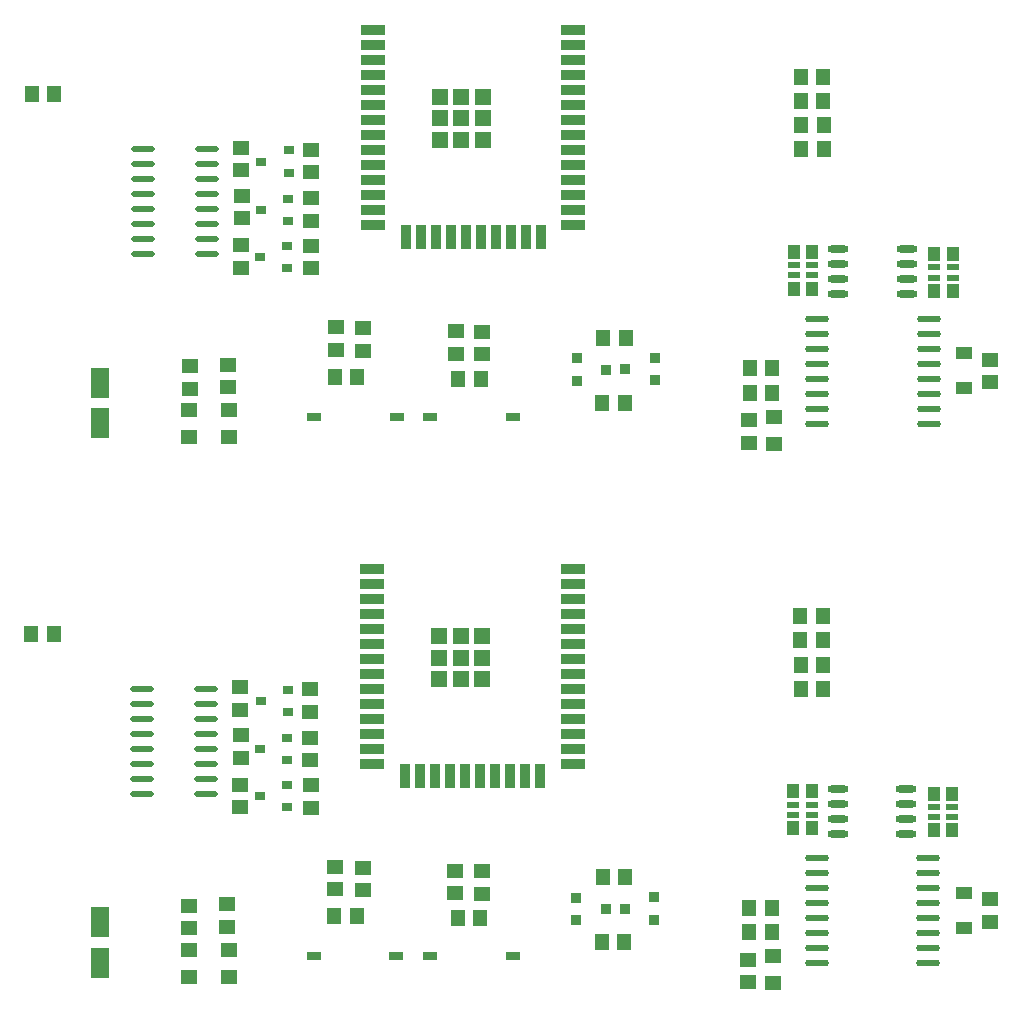
<source format=gtp>
G04 Layer_Color=8421504*
%FSTAX24Y24*%
%MOIN*%
G70*
G01*
G75*
%ADD10R,0.0374X0.0354*%
%ADD11R,0.0551X0.0472*%
%ADD12R,0.0394X0.0457*%
%ADD13R,0.0394X0.0200*%
%ADD14R,0.0472X0.0551*%
%ADD15R,0.0550X0.0500*%
%ADD16R,0.0472X0.0315*%
%ADD17R,0.0591X0.0984*%
%ADD18R,0.0551X0.0394*%
%ADD19O,0.0709X0.0236*%
%ADD20R,0.0354X0.0276*%
%ADD21O,0.0800X0.0217*%
%ADD22R,0.0787X0.0354*%
%ADD23R,0.0354X0.0787*%
%ADD24R,0.0524X0.0524*%
%ADD25O,0.0787X0.0217*%
D10*
X034082Y05079D02*
D03*
X035067Y051164D02*
D03*
X034082Y051538D02*
D03*
X036693Y051553D02*
D03*
X035708Y051179D02*
D03*
X036693Y050805D02*
D03*
X034067Y033557D02*
D03*
X035051Y033183D02*
D03*
X034067Y032809D02*
D03*
X036677Y032825D02*
D03*
X035693Y033199D02*
D03*
X036677Y033573D02*
D03*
D11*
X047866Y051498D02*
D03*
Y05075D02*
D03*
X039815Y048735D02*
D03*
Y049483D02*
D03*
X030933Y052429D02*
D03*
Y051681D02*
D03*
X030059Y051693D02*
D03*
Y052441D02*
D03*
X026964Y051796D02*
D03*
Y052544D02*
D03*
X026051Y052579D02*
D03*
Y051831D02*
D03*
X02522Y057741D02*
D03*
Y058489D02*
D03*
Y056123D02*
D03*
Y056871D02*
D03*
X02524Y054544D02*
D03*
Y055292D02*
D03*
X022925Y056961D02*
D03*
Y056213D02*
D03*
X022885Y05456D02*
D03*
Y055308D02*
D03*
X022894Y058555D02*
D03*
Y057807D02*
D03*
X022452Y050579D02*
D03*
Y051327D02*
D03*
X021181Y050524D02*
D03*
Y051272D02*
D03*
X025204Y040508D02*
D03*
Y03976D02*
D03*
X026036Y03385D02*
D03*
Y034599D02*
D03*
X022436Y033347D02*
D03*
Y032599D02*
D03*
X021165Y033292D02*
D03*
Y032544D02*
D03*
X04785Y03277D02*
D03*
Y033518D02*
D03*
X039799Y031502D02*
D03*
Y030754D02*
D03*
X022878Y039827D02*
D03*
Y040575D02*
D03*
X025204Y03889D02*
D03*
Y038142D02*
D03*
X02291Y038232D02*
D03*
Y03898D02*
D03*
X025224Y037312D02*
D03*
Y036564D02*
D03*
X02287Y037327D02*
D03*
Y036579D02*
D03*
X026948Y034564D02*
D03*
Y033816D02*
D03*
X030043Y034461D02*
D03*
Y033713D02*
D03*
X030917Y033701D02*
D03*
Y034449D02*
D03*
D12*
X046008Y053795D02*
D03*
Y055015D02*
D03*
X046628Y053795D02*
D03*
Y055015D02*
D03*
X041938Y055087D02*
D03*
Y053867D02*
D03*
X041318Y055087D02*
D03*
Y053867D02*
D03*
X041302Y035887D02*
D03*
Y037107D02*
D03*
X041922Y035887D02*
D03*
Y037107D02*
D03*
X046612Y037035D02*
D03*
Y035815D02*
D03*
X045992Y037035D02*
D03*
Y035815D02*
D03*
D13*
X046008Y054235D02*
D03*
X046007Y054576D02*
D03*
X046628Y054235D02*
D03*
Y054576D02*
D03*
X041938Y054648D02*
D03*
X041938Y054306D02*
D03*
X041317Y054648D02*
D03*
Y054306D02*
D03*
X041301Y036326D02*
D03*
Y036667D02*
D03*
X041922Y036326D02*
D03*
X041922Y036667D02*
D03*
X046613Y036596D02*
D03*
Y036254D02*
D03*
X045991Y036596D02*
D03*
X045992Y036254D02*
D03*
D14*
X042309Y060918D02*
D03*
X041561D02*
D03*
X042309Y060118D02*
D03*
X041561D02*
D03*
X042327Y059315D02*
D03*
X041579D02*
D03*
X042325Y058516D02*
D03*
X041577D02*
D03*
X04061Y051211D02*
D03*
X039862D02*
D03*
X04061Y0504D02*
D03*
X039862D02*
D03*
X034971Y052227D02*
D03*
X035719D02*
D03*
X034935Y05007D02*
D03*
X035683D02*
D03*
X030892Y050866D02*
D03*
X030144D02*
D03*
X026029Y050918D02*
D03*
X026777D02*
D03*
X015927Y06035D02*
D03*
X016675D02*
D03*
X035667Y032089D02*
D03*
X034919D02*
D03*
X035703Y034247D02*
D03*
X034955D02*
D03*
X041561Y040536D02*
D03*
X042309D02*
D03*
X041563Y041335D02*
D03*
X042311D02*
D03*
X041546Y042138D02*
D03*
X042294D02*
D03*
X041546Y042937D02*
D03*
X042294D02*
D03*
X016659Y04237D02*
D03*
X015911D02*
D03*
X030128Y032885D02*
D03*
X030876D02*
D03*
X026761Y032938D02*
D03*
X026013D02*
D03*
X039846Y033231D02*
D03*
X040594D02*
D03*
X039846Y03242D02*
D03*
X040594D02*
D03*
D15*
X040653Y048689D02*
D03*
Y049589D02*
D03*
X0225Y048904D02*
D03*
Y049804D02*
D03*
X021173Y048908D02*
D03*
Y049808D02*
D03*
X022484Y031824D02*
D03*
Y030924D02*
D03*
X021157Y031827D02*
D03*
Y030927D02*
D03*
X040638Y031609D02*
D03*
Y030709D02*
D03*
D16*
X031964Y049597D02*
D03*
X029208D02*
D03*
X025338D02*
D03*
X028094D02*
D03*
X029193Y031616D02*
D03*
X031949D02*
D03*
X028079D02*
D03*
X025323D02*
D03*
D17*
X018205Y04938D02*
D03*
Y050719D02*
D03*
X018189Y032738D02*
D03*
Y0314D02*
D03*
D18*
X047008Y051709D02*
D03*
Y050548D02*
D03*
X046992Y032567D02*
D03*
Y033729D02*
D03*
D19*
X045094Y053681D02*
D03*
Y054181D02*
D03*
Y054681D02*
D03*
Y055181D02*
D03*
X042811Y053681D02*
D03*
Y054181D02*
D03*
Y054681D02*
D03*
Y055181D02*
D03*
X042795Y037201D02*
D03*
Y036701D02*
D03*
Y036201D02*
D03*
Y035701D02*
D03*
X045079Y037201D02*
D03*
Y036701D02*
D03*
Y036201D02*
D03*
Y035701D02*
D03*
D20*
X02446Y056868D02*
D03*
Y05612D02*
D03*
X023555Y056494D02*
D03*
X02448Y058475D02*
D03*
Y057727D02*
D03*
X023575Y058101D02*
D03*
X024445Y055301D02*
D03*
Y054553D02*
D03*
X023539Y054927D02*
D03*
X023559Y04012D02*
D03*
X024464Y039746D02*
D03*
Y040494D02*
D03*
X023539Y038514D02*
D03*
X024445Y03814D02*
D03*
Y038888D02*
D03*
X023523Y036947D02*
D03*
X024429Y036573D02*
D03*
Y037321D02*
D03*
D21*
X042108Y052855D02*
D03*
Y052355D02*
D03*
Y051855D02*
D03*
Y051355D02*
D03*
Y050855D02*
D03*
Y050355D02*
D03*
Y049855D02*
D03*
Y049355D02*
D03*
X045829Y052855D02*
D03*
Y052355D02*
D03*
Y051855D02*
D03*
Y051355D02*
D03*
Y050855D02*
D03*
Y050355D02*
D03*
Y049855D02*
D03*
Y049355D02*
D03*
X045813Y031374D02*
D03*
Y031874D02*
D03*
Y032374D02*
D03*
Y032874D02*
D03*
Y033374D02*
D03*
Y033874D02*
D03*
Y034374D02*
D03*
Y034874D02*
D03*
X042092Y031374D02*
D03*
Y031874D02*
D03*
Y032374D02*
D03*
Y032874D02*
D03*
Y033374D02*
D03*
Y033874D02*
D03*
Y034374D02*
D03*
Y034874D02*
D03*
D22*
X027286Y062497D02*
D03*
Y061997D02*
D03*
Y061497D02*
D03*
Y060997D02*
D03*
Y060497D02*
D03*
Y059997D02*
D03*
Y059497D02*
D03*
Y058997D02*
D03*
Y058497D02*
D03*
Y057997D02*
D03*
Y057497D02*
D03*
Y056997D02*
D03*
Y056497D02*
D03*
Y055997D02*
D03*
X033979D02*
D03*
Y056497D02*
D03*
Y056997D02*
D03*
Y057497D02*
D03*
Y057997D02*
D03*
Y058497D02*
D03*
Y058997D02*
D03*
Y059497D02*
D03*
Y059997D02*
D03*
Y060497D02*
D03*
Y060997D02*
D03*
Y061497D02*
D03*
Y061997D02*
D03*
Y062497D02*
D03*
X033964Y044516D02*
D03*
Y044016D02*
D03*
Y043516D02*
D03*
Y043016D02*
D03*
Y042516D02*
D03*
Y042016D02*
D03*
Y041516D02*
D03*
Y041016D02*
D03*
Y040516D02*
D03*
Y040016D02*
D03*
Y039516D02*
D03*
Y039016D02*
D03*
Y038516D02*
D03*
Y038016D02*
D03*
X027271D02*
D03*
Y038516D02*
D03*
Y039016D02*
D03*
Y039516D02*
D03*
Y040016D02*
D03*
Y040516D02*
D03*
Y041016D02*
D03*
Y041516D02*
D03*
Y042016D02*
D03*
Y042516D02*
D03*
Y043016D02*
D03*
Y043516D02*
D03*
Y044016D02*
D03*
Y044516D02*
D03*
D23*
X028383Y055603D02*
D03*
X028883D02*
D03*
X029383D02*
D03*
X029883D02*
D03*
X030383D02*
D03*
X030883D02*
D03*
X031383D02*
D03*
X031883D02*
D03*
X032383D02*
D03*
X032883D02*
D03*
X032867Y037623D02*
D03*
X032367D02*
D03*
X031867D02*
D03*
X031367D02*
D03*
X030867D02*
D03*
X030367D02*
D03*
X029867D02*
D03*
X029367D02*
D03*
X028867D02*
D03*
X028367D02*
D03*
D24*
X029517Y060266D02*
D03*
X030239D02*
D03*
X030962D02*
D03*
X029517Y059544D02*
D03*
X030239D02*
D03*
X030962D02*
D03*
X029517Y058821D02*
D03*
X030239D02*
D03*
X030962D02*
D03*
X030946Y040841D02*
D03*
X030223D02*
D03*
X029501D02*
D03*
X030946Y041564D02*
D03*
X030223D02*
D03*
X029501D02*
D03*
X030946Y042286D02*
D03*
X030223D02*
D03*
X029501D02*
D03*
D25*
X019622Y058504D02*
D03*
Y058004D02*
D03*
Y057504D02*
D03*
Y057004D02*
D03*
Y056504D02*
D03*
Y056004D02*
D03*
Y055504D02*
D03*
Y055004D02*
D03*
X021748Y058504D02*
D03*
Y058004D02*
D03*
Y057504D02*
D03*
Y057004D02*
D03*
Y056504D02*
D03*
Y056004D02*
D03*
Y055504D02*
D03*
Y055004D02*
D03*
X021732Y037024D02*
D03*
Y037524D02*
D03*
Y038024D02*
D03*
Y038524D02*
D03*
Y039024D02*
D03*
Y039524D02*
D03*
Y040024D02*
D03*
Y040524D02*
D03*
X019606Y037024D02*
D03*
Y037524D02*
D03*
Y038024D02*
D03*
Y038524D02*
D03*
Y039024D02*
D03*
Y039524D02*
D03*
Y040024D02*
D03*
Y040524D02*
D03*
M02*

</source>
